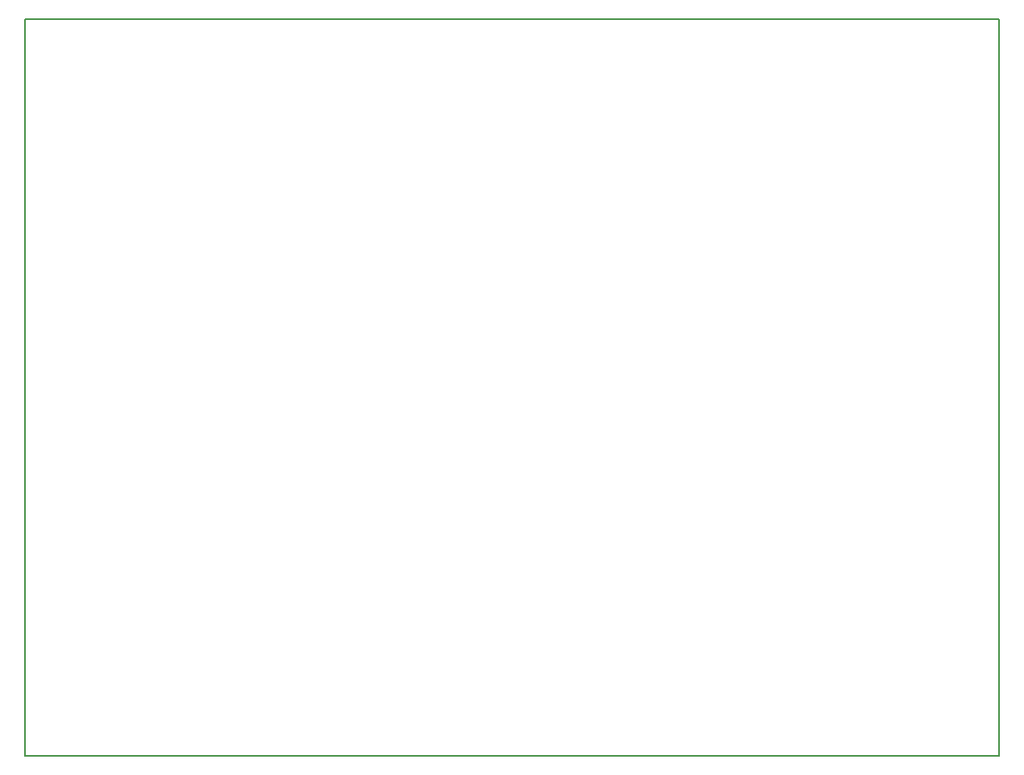
<source format=gko>
G04 #@! TF.FileFunction,Profile,NP*
%FSLAX46Y46*%
G04 Gerber Fmt 4.6, Leading zero omitted, Abs format (unit mm)*
G04 Created by KiCad (PCBNEW 4.0.7) date *
%MOMM*%
%LPD*%
G01*
G04 APERTURE LIST*
%ADD10C,0.100000*%
%ADD11C,0.150000*%
G04 APERTURE END LIST*
D10*
D11*
X64770000Y-132080000D02*
X64770000Y-57150000D01*
X163830000Y-132080000D02*
X64770000Y-132080000D01*
X163830000Y-57150000D02*
X163830000Y-132080000D01*
X64770000Y-57150000D02*
X163830000Y-57150000D01*
M02*

</source>
